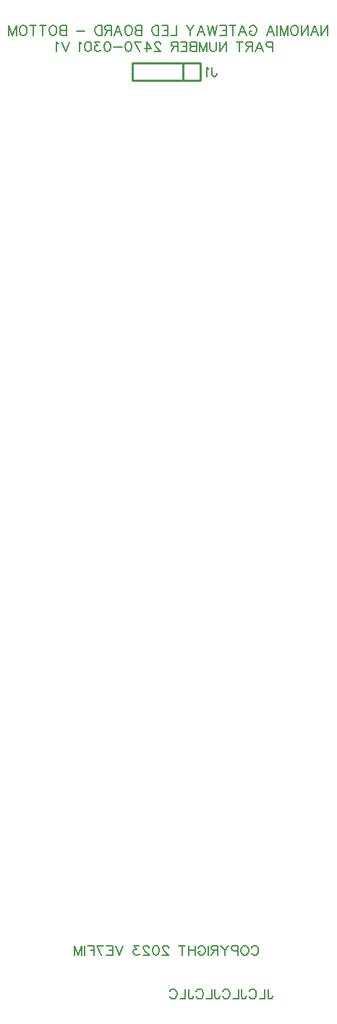
<source format=gbo>
G04 Layer: BottomSilkscreenLayer*
G04 EasyEDA v6.5.29, 2023-07-19 21:52:00*
G04 a52da41988e34a0299b0951248bc5a60,5a6b42c53f6a479593ecc07194224c93,10*
G04 Gerber Generator version 0.2*
G04 Scale: 100 percent, Rotated: No, Reflected: No *
G04 Dimensions in millimeters *
G04 leading zeros omitted , absolute positions ,4 integer and 5 decimal *
%FSLAX45Y45*%
%MOMM*%

%ADD10C,0.2032*%
%ADD11C,0.1524*%
%ADD12C,0.2540*%

%LPD*%
D10*
X3029681Y1059017D02*
G01*
X3035137Y1069926D01*
X3046046Y1080836D01*
X3056953Y1086289D01*
X3078772Y1086289D01*
X3089681Y1080836D01*
X3100590Y1069926D01*
X3106046Y1059017D01*
X3111500Y1042654D01*
X3111500Y1015382D01*
X3106046Y999017D01*
X3100590Y988108D01*
X3089681Y977198D01*
X3078772Y971745D01*
X3056953Y971745D01*
X3046046Y977198D01*
X3035137Y988108D01*
X3029681Y999017D01*
X2960954Y1086289D02*
G01*
X2971863Y1080836D01*
X2982772Y1069926D01*
X2988228Y1059017D01*
X2993682Y1042654D01*
X2993682Y1015382D01*
X2988228Y999017D01*
X2982772Y988108D01*
X2971863Y977198D01*
X2960954Y971745D01*
X2939135Y971745D01*
X2928228Y977198D01*
X2917319Y988108D01*
X2911863Y999017D01*
X2906410Y1015382D01*
X2906410Y1042654D01*
X2911863Y1059017D01*
X2917319Y1069926D01*
X2928228Y1080836D01*
X2939135Y1086289D01*
X2960954Y1086289D01*
X2870410Y1086289D02*
G01*
X2870410Y971745D01*
X2870410Y1086289D02*
G01*
X2821317Y1086289D01*
X2804955Y1080836D01*
X2799501Y1075382D01*
X2794045Y1064473D01*
X2794045Y1048108D01*
X2799501Y1037198D01*
X2804955Y1031745D01*
X2821317Y1026289D01*
X2870410Y1026289D01*
X2758046Y1086289D02*
G01*
X2714409Y1031745D01*
X2714409Y971745D01*
X2670774Y1086289D02*
G01*
X2714409Y1031745D01*
X2634772Y1086289D02*
G01*
X2634772Y971745D01*
X2634772Y1086289D02*
G01*
X2585681Y1086289D01*
X2569319Y1080836D01*
X2563865Y1075382D01*
X2558409Y1064473D01*
X2558409Y1053564D01*
X2563865Y1042654D01*
X2569319Y1037198D01*
X2585681Y1031745D01*
X2634772Y1031745D01*
X2596591Y1031745D02*
G01*
X2558409Y971745D01*
X2522410Y1086289D02*
G01*
X2522410Y971745D01*
X2404592Y1059017D02*
G01*
X2410045Y1069926D01*
X2420955Y1080836D01*
X2431864Y1086289D01*
X2453683Y1086289D01*
X2464592Y1080836D01*
X2475501Y1069926D01*
X2480955Y1059017D01*
X2486411Y1042654D01*
X2486411Y1015382D01*
X2480955Y999017D01*
X2475501Y988108D01*
X2464592Y977198D01*
X2453683Y971745D01*
X2431864Y971745D01*
X2420955Y977198D01*
X2410045Y988108D01*
X2404592Y999017D01*
X2404592Y1015382D01*
X2431864Y1015382D02*
G01*
X2404592Y1015382D01*
X2368593Y1086289D02*
G01*
X2368593Y971745D01*
X2292228Y1086289D02*
G01*
X2292228Y971745D01*
X2368593Y1031745D02*
G01*
X2292228Y1031745D01*
X2218047Y1086289D02*
G01*
X2218047Y971745D01*
X2256228Y1086289D02*
G01*
X2179866Y1086289D01*
X2054410Y1059017D02*
G01*
X2054410Y1064473D01*
X2048957Y1075382D01*
X2043501Y1080836D01*
X2032591Y1086289D01*
X2010775Y1086289D01*
X1999866Y1080836D01*
X1994410Y1075382D01*
X1988957Y1064473D01*
X1988957Y1053564D01*
X1994410Y1042654D01*
X2005319Y1026289D01*
X2059866Y971745D01*
X1983501Y971745D01*
X1914773Y1086289D02*
G01*
X1931139Y1080836D01*
X1942048Y1064473D01*
X1947501Y1037198D01*
X1947501Y1020836D01*
X1942048Y993564D01*
X1931139Y977198D01*
X1914773Y971745D01*
X1903867Y971745D01*
X1887501Y977198D01*
X1876592Y993564D01*
X1871139Y1020836D01*
X1871139Y1037198D01*
X1876592Y1064473D01*
X1887501Y1080836D01*
X1903867Y1086289D01*
X1914773Y1086289D01*
X1829683Y1059017D02*
G01*
X1829683Y1064473D01*
X1824230Y1075382D01*
X1818774Y1080836D01*
X1807865Y1086289D01*
X1786049Y1086289D01*
X1775139Y1080836D01*
X1769684Y1075382D01*
X1764230Y1064473D01*
X1764230Y1053564D01*
X1769684Y1042654D01*
X1780593Y1026289D01*
X1835139Y971745D01*
X1758774Y971745D01*
X1711866Y1086289D02*
G01*
X1651866Y1086289D01*
X1684594Y1042654D01*
X1668231Y1042654D01*
X1657322Y1037198D01*
X1651866Y1031745D01*
X1646412Y1015382D01*
X1646412Y1004473D01*
X1651866Y988108D01*
X1662775Y977198D01*
X1679138Y971745D01*
X1695503Y971745D01*
X1711866Y977198D01*
X1717321Y982654D01*
X1722775Y993564D01*
X1526413Y1086289D02*
G01*
X1482775Y971745D01*
X1439138Y1086289D02*
G01*
X1482775Y971745D01*
X1403139Y1086289D02*
G01*
X1403139Y971745D01*
X1403139Y1086289D02*
G01*
X1332229Y1086289D01*
X1403139Y1031745D02*
G01*
X1359504Y1031745D01*
X1403139Y971745D02*
G01*
X1332229Y971745D01*
X1219868Y1086289D02*
G01*
X1274411Y971745D01*
X1296230Y1086289D02*
G01*
X1219868Y1086289D01*
X1183868Y1086289D02*
G01*
X1183868Y971745D01*
X1183868Y1086289D02*
G01*
X1112959Y1086289D01*
X1183868Y1031745D02*
G01*
X1140231Y1031745D01*
X1076957Y1086289D02*
G01*
X1076957Y971745D01*
X1040958Y1086289D02*
G01*
X1040958Y971745D01*
X1040958Y1086289D02*
G01*
X997323Y971745D01*
X953686Y1086289D02*
G01*
X997323Y971745D01*
X953686Y1086289D02*
G01*
X953686Y971745D01*
X3221990Y578357D02*
G01*
X3221990Y490981D01*
X3227577Y474726D01*
X3232911Y469137D01*
X3243834Y463804D01*
X3254756Y463804D01*
X3265677Y469137D01*
X3271265Y474726D01*
X3276600Y490981D01*
X3276600Y501904D01*
X3186175Y578357D02*
G01*
X3186175Y463804D01*
X3186175Y463804D02*
G01*
X3120643Y463804D01*
X3002788Y550926D02*
G01*
X3008122Y561847D01*
X3019043Y572770D01*
X3029965Y578357D01*
X3051809Y578357D01*
X3062731Y572770D01*
X3073654Y561847D01*
X3079241Y550926D01*
X3084575Y534670D01*
X3084575Y507492D01*
X3079241Y490981D01*
X3073654Y480060D01*
X3062731Y469137D01*
X3051809Y463804D01*
X3029965Y463804D01*
X3019043Y469137D01*
X3008122Y480060D01*
X3002788Y490981D01*
X2912363Y578357D02*
G01*
X2912363Y490981D01*
X2917697Y474726D01*
X2923031Y469137D01*
X2933954Y463804D01*
X2944875Y463804D01*
X2955797Y469137D01*
X2961386Y474726D01*
X2966720Y490981D01*
X2966720Y501904D01*
X2876295Y578357D02*
G01*
X2876295Y463804D01*
X2876295Y463804D02*
G01*
X2810763Y463804D01*
X2692908Y550926D02*
G01*
X2698495Y561847D01*
X2709418Y572770D01*
X2720340Y578357D01*
X2741929Y578357D01*
X2752852Y572770D01*
X2763774Y561847D01*
X2769361Y550926D01*
X2774695Y534670D01*
X2774695Y507492D01*
X2769361Y490981D01*
X2763774Y480060D01*
X2752852Y469137D01*
X2741929Y463804D01*
X2720340Y463804D01*
X2709418Y469137D01*
X2698495Y480060D01*
X2692908Y490981D01*
X2602484Y578357D02*
G01*
X2602484Y490981D01*
X2607818Y474726D01*
X2613406Y469137D01*
X2624327Y463804D01*
X2635250Y463804D01*
X2646172Y469137D01*
X2651506Y474726D01*
X2656840Y490981D01*
X2656840Y501904D01*
X2566415Y578357D02*
G01*
X2566415Y463804D01*
X2566415Y463804D02*
G01*
X2500884Y463804D01*
X2383027Y550926D02*
G01*
X2388615Y561847D01*
X2399538Y572770D01*
X2410459Y578357D01*
X2432304Y578357D01*
X2443225Y572770D01*
X2454147Y561847D01*
X2459481Y550926D01*
X2465070Y534670D01*
X2465070Y507492D01*
X2459481Y490981D01*
X2454147Y480060D01*
X2443225Y469137D01*
X2432304Y463804D01*
X2410459Y463804D01*
X2399538Y469137D01*
X2388615Y480060D01*
X2383027Y490981D01*
X2292604Y578357D02*
G01*
X2292604Y490981D01*
X2297938Y474726D01*
X2303525Y469137D01*
X2314447Y463804D01*
X2325370Y463804D01*
X2336291Y469137D01*
X2341625Y474726D01*
X2347213Y490981D01*
X2347213Y501904D01*
X2256536Y578357D02*
G01*
X2256536Y463804D01*
X2256536Y463804D02*
G01*
X2191258Y463804D01*
X2073402Y550926D02*
G01*
X2078736Y561847D01*
X2089658Y572770D01*
X2100579Y578357D01*
X2122424Y578357D01*
X2133345Y572770D01*
X2144268Y561847D01*
X2149602Y550926D01*
X2155190Y534670D01*
X2155190Y507492D01*
X2149602Y490981D01*
X2144268Y480060D01*
X2133345Y469137D01*
X2122424Y463804D01*
X2100579Y463804D01*
X2089658Y469137D01*
X2078736Y480060D01*
X2073402Y490981D01*
X3924300Y11843189D02*
G01*
X3924300Y11728645D01*
X3924300Y11843189D02*
G01*
X3847937Y11728645D01*
X3847937Y11843189D02*
G01*
X3847937Y11728645D01*
X3768300Y11843189D02*
G01*
X3811935Y11728645D01*
X3768300Y11843189D02*
G01*
X3724663Y11728645D01*
X3795572Y11766826D02*
G01*
X3741028Y11766826D01*
X3688664Y11843189D02*
G01*
X3688664Y11728645D01*
X3688664Y11843189D02*
G01*
X3612301Y11728645D01*
X3612301Y11843189D02*
G01*
X3612301Y11728645D01*
X3543574Y11843189D02*
G01*
X3554483Y11837736D01*
X3565390Y11826826D01*
X3570846Y11815917D01*
X3576299Y11799554D01*
X3576299Y11772282D01*
X3570846Y11755917D01*
X3565390Y11745008D01*
X3554483Y11734098D01*
X3543574Y11728645D01*
X3521755Y11728645D01*
X3510846Y11734098D01*
X3499937Y11745008D01*
X3494483Y11755917D01*
X3489027Y11772282D01*
X3489027Y11799554D01*
X3494483Y11815917D01*
X3499937Y11826826D01*
X3510846Y11837736D01*
X3521755Y11843189D01*
X3543574Y11843189D01*
X3453028Y11843189D02*
G01*
X3453028Y11728645D01*
X3453028Y11843189D02*
G01*
X3409391Y11728645D01*
X3365756Y11843189D02*
G01*
X3409391Y11728645D01*
X3365756Y11843189D02*
G01*
X3365756Y11728645D01*
X3329754Y11843189D02*
G01*
X3329754Y11728645D01*
X3250120Y11843189D02*
G01*
X3293755Y11728645D01*
X3250120Y11843189D02*
G01*
X3206483Y11728645D01*
X3277392Y11766826D02*
G01*
X3222845Y11766826D01*
X3004665Y11815917D02*
G01*
X3010120Y11826826D01*
X3021030Y11837736D01*
X3031937Y11843189D01*
X3053755Y11843189D01*
X3064664Y11837736D01*
X3075574Y11826826D01*
X3081030Y11815917D01*
X3086483Y11799554D01*
X3086483Y11772282D01*
X3081030Y11755917D01*
X3075574Y11745008D01*
X3064664Y11734098D01*
X3053755Y11728645D01*
X3031937Y11728645D01*
X3021030Y11734098D01*
X3010120Y11745008D01*
X3004665Y11755917D01*
X3004665Y11772282D01*
X3031937Y11772282D02*
G01*
X3004665Y11772282D01*
X2925028Y11843189D02*
G01*
X2968665Y11728645D01*
X2925028Y11843189D02*
G01*
X2881393Y11728645D01*
X2952302Y11766826D02*
G01*
X2897756Y11766826D01*
X2807210Y11843189D02*
G01*
X2807210Y11728645D01*
X2845391Y11843189D02*
G01*
X2769029Y11843189D01*
X2733029Y11843189D02*
G01*
X2733029Y11728645D01*
X2733029Y11843189D02*
G01*
X2662120Y11843189D01*
X2733029Y11788645D02*
G01*
X2689392Y11788645D01*
X2733029Y11728645D02*
G01*
X2662120Y11728645D01*
X2626121Y11843189D02*
G01*
X2598849Y11728645D01*
X2571574Y11843189D02*
G01*
X2598849Y11728645D01*
X2571574Y11843189D02*
G01*
X2544302Y11728645D01*
X2517030Y11843189D02*
G01*
X2544302Y11728645D01*
X2437394Y11843189D02*
G01*
X2481031Y11728645D01*
X2437394Y11843189D02*
G01*
X2393756Y11728645D01*
X2464666Y11766826D02*
G01*
X2410122Y11766826D01*
X2357757Y11843189D02*
G01*
X2314120Y11788645D01*
X2314120Y11728645D01*
X2270485Y11843189D02*
G01*
X2314120Y11788645D01*
X2150485Y11843189D02*
G01*
X2150485Y11728645D01*
X2150485Y11728645D02*
G01*
X2085030Y11728645D01*
X2049030Y11843189D02*
G01*
X2049030Y11728645D01*
X2049030Y11843189D02*
G01*
X1978121Y11843189D01*
X2049030Y11788645D02*
G01*
X2005393Y11788645D01*
X2049030Y11728645D02*
G01*
X1978121Y11728645D01*
X1942122Y11843189D02*
G01*
X1942122Y11728645D01*
X1942122Y11843189D02*
G01*
X1903940Y11843189D01*
X1887575Y11837736D01*
X1876668Y11826826D01*
X1871212Y11815917D01*
X1865759Y11799554D01*
X1865759Y11772282D01*
X1871212Y11755917D01*
X1876668Y11745008D01*
X1887575Y11734098D01*
X1903940Y11728645D01*
X1942122Y11728645D01*
X1745759Y11843189D02*
G01*
X1745759Y11728645D01*
X1745759Y11843189D02*
G01*
X1696669Y11843189D01*
X1680303Y11837736D01*
X1674850Y11832282D01*
X1669394Y11821373D01*
X1669394Y11810464D01*
X1674850Y11799554D01*
X1680303Y11794098D01*
X1696669Y11788645D01*
X1745759Y11788645D02*
G01*
X1696669Y11788645D01*
X1680303Y11783189D01*
X1674850Y11777736D01*
X1669394Y11766826D01*
X1669394Y11750464D01*
X1674850Y11739554D01*
X1680303Y11734098D01*
X1696669Y11728645D01*
X1745759Y11728645D01*
X1600667Y11843189D02*
G01*
X1611576Y11837736D01*
X1622485Y11826826D01*
X1627941Y11815917D01*
X1633395Y11799554D01*
X1633395Y11772282D01*
X1627941Y11755917D01*
X1622485Y11745008D01*
X1611576Y11734098D01*
X1600667Y11728645D01*
X1578851Y11728645D01*
X1567941Y11734098D01*
X1557032Y11745008D01*
X1551576Y11755917D01*
X1546123Y11772282D01*
X1546123Y11799554D01*
X1551576Y11815917D01*
X1557032Y11826826D01*
X1567941Y11837736D01*
X1578851Y11843189D01*
X1600667Y11843189D01*
X1466486Y11843189D02*
G01*
X1510123Y11728645D01*
X1466486Y11843189D02*
G01*
X1422849Y11728645D01*
X1493758Y11766826D02*
G01*
X1439214Y11766826D01*
X1386850Y11843189D02*
G01*
X1386850Y11728645D01*
X1386850Y11843189D02*
G01*
X1337759Y11843189D01*
X1321396Y11837736D01*
X1315940Y11832282D01*
X1310487Y11821373D01*
X1310487Y11810464D01*
X1315940Y11799554D01*
X1321396Y11794098D01*
X1337759Y11788645D01*
X1386850Y11788645D01*
X1348668Y11788645D02*
G01*
X1310487Y11728645D01*
X1274488Y11843189D02*
G01*
X1274488Y11728645D01*
X1274488Y11843189D02*
G01*
X1236304Y11843189D01*
X1219941Y11837736D01*
X1209032Y11826826D01*
X1203579Y11815917D01*
X1198123Y11799554D01*
X1198123Y11772282D01*
X1203579Y11755917D01*
X1209032Y11745008D01*
X1219941Y11734098D01*
X1236304Y11728645D01*
X1274488Y11728645D01*
X1078123Y11777736D02*
G01*
X979942Y11777736D01*
X859942Y11843189D02*
G01*
X859942Y11728645D01*
X859942Y11843189D02*
G01*
X810851Y11843189D01*
X794489Y11837736D01*
X789033Y11832282D01*
X783579Y11821373D01*
X783579Y11810464D01*
X789033Y11799554D01*
X794489Y11794098D01*
X810851Y11788645D01*
X859942Y11788645D02*
G01*
X810851Y11788645D01*
X794489Y11783189D01*
X789033Y11777736D01*
X783579Y11766826D01*
X783579Y11750464D01*
X789033Y11739554D01*
X794489Y11734098D01*
X810851Y11728645D01*
X859942Y11728645D01*
X714852Y11843189D02*
G01*
X725761Y11837736D01*
X736671Y11826826D01*
X742124Y11815917D01*
X747577Y11799554D01*
X747577Y11772282D01*
X742124Y11755917D01*
X736671Y11745008D01*
X725761Y11734098D01*
X714852Y11728645D01*
X693033Y11728645D01*
X682124Y11734098D01*
X671215Y11745008D01*
X665761Y11755917D01*
X660306Y11772282D01*
X660306Y11799554D01*
X665761Y11815917D01*
X671215Y11826826D01*
X682124Y11837736D01*
X693033Y11843189D01*
X714852Y11843189D01*
X586125Y11843189D02*
G01*
X586125Y11728645D01*
X624306Y11843189D02*
G01*
X547944Y11843189D01*
X473760Y11843189D02*
G01*
X473760Y11728645D01*
X511942Y11843189D02*
G01*
X435579Y11843189D01*
X366852Y11843189D02*
G01*
X377761Y11837736D01*
X388670Y11826826D01*
X394124Y11815917D01*
X399580Y11799554D01*
X399580Y11772282D01*
X394124Y11755917D01*
X388670Y11745008D01*
X377761Y11734098D01*
X366852Y11728645D01*
X345033Y11728645D01*
X334124Y11734098D01*
X323217Y11745008D01*
X317761Y11755917D01*
X312308Y11772282D01*
X312308Y11799554D01*
X317761Y11815917D01*
X323217Y11826826D01*
X334124Y11837736D01*
X345033Y11843189D01*
X366852Y11843189D01*
X276306Y11843189D02*
G01*
X276306Y11728645D01*
X276306Y11843189D02*
G01*
X232671Y11728645D01*
X189034Y11843189D02*
G01*
X232671Y11728645D01*
X189034Y11843189D02*
G01*
X189034Y11728645D01*
X3276600Y11652689D02*
G01*
X3276600Y11538145D01*
X3276600Y11652689D02*
G01*
X3227509Y11652689D01*
X3211146Y11647236D01*
X3205690Y11641782D01*
X3200237Y11630873D01*
X3200237Y11614508D01*
X3205690Y11603598D01*
X3211146Y11598145D01*
X3227509Y11592689D01*
X3276600Y11592689D01*
X3120600Y11652689D02*
G01*
X3164235Y11538145D01*
X3120600Y11652689D02*
G01*
X3076963Y11538145D01*
X3147872Y11576326D02*
G01*
X3093328Y11576326D01*
X3040964Y11652689D02*
G01*
X3040964Y11538145D01*
X3040964Y11652689D02*
G01*
X2991873Y11652689D01*
X2975510Y11647236D01*
X2970055Y11641782D01*
X2964601Y11630873D01*
X2964601Y11619964D01*
X2970055Y11609054D01*
X2975510Y11603598D01*
X2991873Y11598145D01*
X3040964Y11598145D01*
X3002782Y11598145D02*
G01*
X2964601Y11538145D01*
X2890418Y11652689D02*
G01*
X2890418Y11538145D01*
X2928599Y11652689D02*
G01*
X2852237Y11652689D01*
X2732237Y11652689D02*
G01*
X2732237Y11538145D01*
X2732237Y11652689D02*
G01*
X2655874Y11538145D01*
X2655874Y11652689D02*
G01*
X2655874Y11538145D01*
X2619872Y11652689D02*
G01*
X2619872Y11570873D01*
X2614419Y11554508D01*
X2603510Y11543598D01*
X2587147Y11538145D01*
X2576238Y11538145D01*
X2559872Y11543598D01*
X2548966Y11554508D01*
X2543510Y11570873D01*
X2543510Y11652689D01*
X2507510Y11652689D02*
G01*
X2507510Y11538145D01*
X2507510Y11652689D02*
G01*
X2463873Y11538145D01*
X2420238Y11652689D02*
G01*
X2463873Y11538145D01*
X2420238Y11652689D02*
G01*
X2420238Y11538145D01*
X2384237Y11652689D02*
G01*
X2384237Y11538145D01*
X2384237Y11652689D02*
G01*
X2335146Y11652689D01*
X2318783Y11647236D01*
X2313330Y11641782D01*
X2307874Y11630873D01*
X2307874Y11619964D01*
X2313330Y11609054D01*
X2318783Y11603598D01*
X2335146Y11598145D01*
X2384237Y11598145D02*
G01*
X2335146Y11598145D01*
X2318783Y11592689D01*
X2313330Y11587236D01*
X2307874Y11576326D01*
X2307874Y11559964D01*
X2313330Y11549054D01*
X2318783Y11543598D01*
X2335146Y11538145D01*
X2384237Y11538145D01*
X2271875Y11652689D02*
G01*
X2271875Y11538145D01*
X2271875Y11652689D02*
G01*
X2200965Y11652689D01*
X2271875Y11598145D02*
G01*
X2228237Y11598145D01*
X2271875Y11538145D02*
G01*
X2200965Y11538145D01*
X2164966Y11652689D02*
G01*
X2164966Y11538145D01*
X2164966Y11652689D02*
G01*
X2115875Y11652689D01*
X2099510Y11647236D01*
X2094057Y11641782D01*
X2088601Y11630873D01*
X2088601Y11619964D01*
X2094057Y11609054D01*
X2099510Y11603598D01*
X2115875Y11598145D01*
X2164966Y11598145D01*
X2126785Y11598145D02*
G01*
X2088601Y11538145D01*
X1963148Y11625417D02*
G01*
X1963148Y11630873D01*
X1957692Y11641782D01*
X1952238Y11647236D01*
X1941329Y11652689D01*
X1919511Y11652689D01*
X1908601Y11647236D01*
X1903148Y11641782D01*
X1897692Y11630873D01*
X1897692Y11619964D01*
X1903148Y11609054D01*
X1914057Y11592689D01*
X1968601Y11538145D01*
X1892239Y11538145D01*
X1801693Y11652689D02*
G01*
X1856239Y11576326D01*
X1774421Y11576326D01*
X1801693Y11652689D02*
G01*
X1801693Y11538145D01*
X1662056Y11652689D02*
G01*
X1716603Y11538145D01*
X1738421Y11652689D02*
G01*
X1662056Y11652689D01*
X1593331Y11652689D02*
G01*
X1609694Y11647236D01*
X1620603Y11630873D01*
X1626057Y11603598D01*
X1626057Y11587236D01*
X1620603Y11559964D01*
X1609694Y11543598D01*
X1593331Y11538145D01*
X1582422Y11538145D01*
X1566057Y11543598D01*
X1555148Y11559964D01*
X1549694Y11587236D01*
X1549694Y11603598D01*
X1555148Y11630873D01*
X1566057Y11647236D01*
X1582422Y11652689D01*
X1593331Y11652689D01*
X1513695Y11587236D02*
G01*
X1415514Y11587236D01*
X1346786Y11652689D02*
G01*
X1363149Y11647236D01*
X1374058Y11630873D01*
X1379512Y11603598D01*
X1379512Y11587236D01*
X1374058Y11559964D01*
X1363149Y11543598D01*
X1346786Y11538145D01*
X1335877Y11538145D01*
X1319512Y11543598D01*
X1308602Y11559964D01*
X1303149Y11587236D01*
X1303149Y11603598D01*
X1308602Y11630873D01*
X1319512Y11647236D01*
X1335877Y11652689D01*
X1346786Y11652689D01*
X1256240Y11652689D02*
G01*
X1196240Y11652689D01*
X1228968Y11609054D01*
X1212603Y11609054D01*
X1201694Y11603598D01*
X1196240Y11598145D01*
X1190785Y11581782D01*
X1190785Y11570873D01*
X1196240Y11554508D01*
X1207150Y11543598D01*
X1223512Y11538145D01*
X1239875Y11538145D01*
X1256240Y11543598D01*
X1261694Y11549054D01*
X1267150Y11559964D01*
X1122057Y11652689D02*
G01*
X1138422Y11647236D01*
X1149332Y11630873D01*
X1154785Y11603598D01*
X1154785Y11587236D01*
X1149332Y11559964D01*
X1138422Y11543598D01*
X1122057Y11538145D01*
X1111150Y11538145D01*
X1094785Y11543598D01*
X1083876Y11559964D01*
X1078423Y11587236D01*
X1078423Y11603598D01*
X1083876Y11630873D01*
X1094785Y11647236D01*
X1111150Y11652689D01*
X1122057Y11652689D01*
X1042423Y11630873D02*
G01*
X1031514Y11636326D01*
X1015149Y11652689D01*
X1015149Y11538145D01*
X895149Y11652689D02*
G01*
X851514Y11538145D01*
X807877Y11652689D02*
G01*
X851514Y11538145D01*
X771878Y11630873D02*
G01*
X760968Y11636326D01*
X744606Y11652689D01*
X744606Y11538145D01*
D11*
X2569044Y11354838D02*
G01*
X2569044Y11271712D01*
X2574241Y11256124D01*
X2579436Y11250929D01*
X2589827Y11245735D01*
X2600218Y11245735D01*
X2610609Y11250929D01*
X2615806Y11256124D01*
X2621000Y11271712D01*
X2621000Y11282103D01*
X2534754Y11334056D02*
G01*
X2524366Y11339253D01*
X2508778Y11354838D01*
X2508778Y11245735D01*
D12*
X2228900Y11404600D02*
G01*
X2228900Y11214100D01*
X2431999Y11402999D02*
G01*
X1632000Y11402999D01*
X1632000Y11203000D01*
X2431999Y11203000D01*
X2431999Y11402999D01*
M02*

</source>
